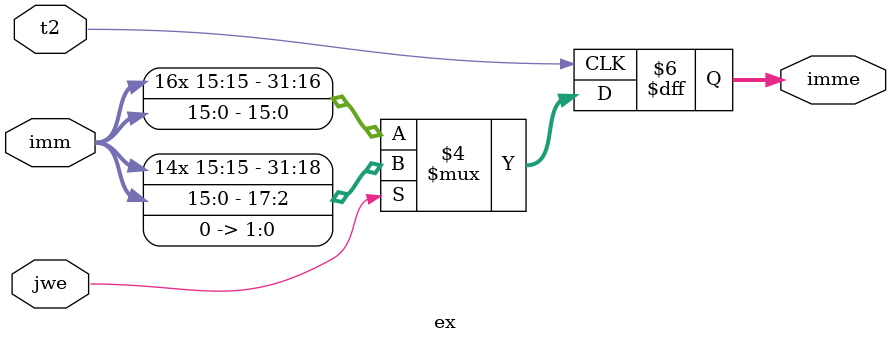
<source format=v>
`timescale 1ns / 1ps

module ex(
    input   t2,
    input   [15:0] imm,
    input   jwe,
    output  reg [31:0] imme
    );
	always @ (posedge t2)
	begin
        imme={{16{imm[15]}},imm[15:0]};
        if (jwe)
            imme=imme<<2;
    end
endmodule
</source>
